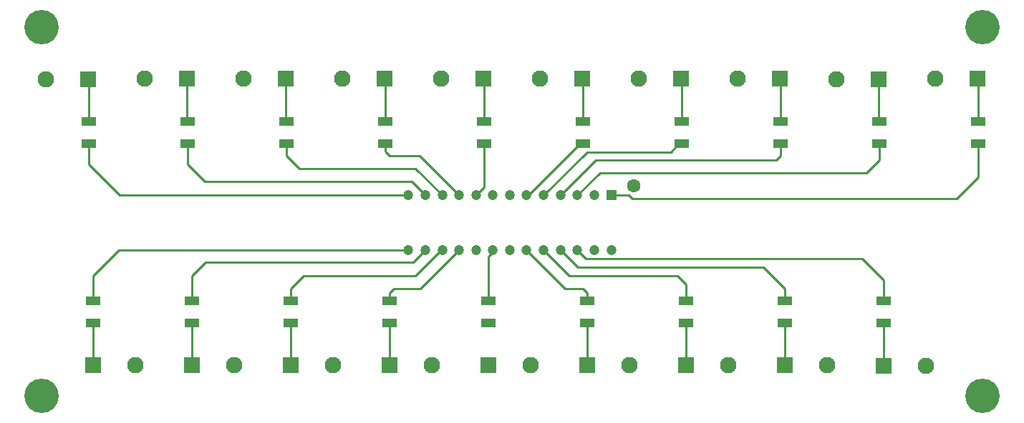
<source format=gtl>
%FSTAX23Y23*%
%MOIN*%
%SFA1B1*%

%IPPOS*%
%ADD12C,0.010000*%
%ADD13R,0.070080X0.044880*%
%ADD21C,0.047240*%
%ADD22C,0.062990*%
%ADD23R,0.047240X0.047240*%
%ADD24C,0.076770*%
%ADD25R,0.076770X0.076770*%
%ADD26C,0.160000*%
%LNvolttap-1*%
%LPD*%
G54D12*
X022Y00564D02*
Y00768D01*
X02221Y00789*
Y008*
X02142Y01055D02*
X0218Y01093D01*
Y01295*
Y014D02*
Y01596D01*
X02142Y008D02*
Y00809D01*
X0214Y00797D02*
X02142Y008D01*
X0266Y00564D02*
Y006D01*
X02558Y0062D02*
X0264D01*
X0266Y006*
X0312Y00564D02*
Y0064D01*
X02577Y0068D02*
X0308D01*
X0312Y0064*
X02457Y008D02*
X02577Y0068D01*
X0358Y00564D02*
Y0062D01*
X0348Y0072D02*
X0358Y0062D01*
X02536Y008D02*
X02616Y0072D01*
X0348*
X0404Y00564D02*
Y0066D01*
X0394Y0076D02*
X0404Y0066D01*
X02614Y008D02*
X02654Y0076D01*
X0394*
X02378Y008D02*
X02558Y0062D01*
X0174Y00564D02*
Y006D01*
X0176Y0062*
X01883*
X02063Y008*
X0198D02*
X01985D01*
X0186Y0068D02*
X0198Y008D01*
X0128Y0062D02*
X0134Y0068D01*
X0186*
X0128Y00564D02*
Y0062D01*
X01849Y00742D02*
X01906Y008D01*
X00882Y00742D02*
X01849D01*
X0082Y0068D02*
X00882Y00742D01*
X0082Y00564D02*
Y0068D01*
X0048Y008D02*
X01827D01*
X0036Y0068D02*
X0048Y008D01*
X0036Y00564D02*
Y0068D01*
X02627Y01295D02*
X0264D01*
X02388Y01055D02*
X02627Y01295D01*
X02378Y01055D02*
X02388D01*
X02457D02*
X02659Y01257D01*
X03087Y01295D02*
X031D01*
X03049Y01257D02*
X03087Y01295D01*
X02659Y01257D02*
X03049D01*
X02536Y01055D02*
X027Y0122D01*
X0354D02*
X0356Y0124D01*
X027Y0122D02*
X0354D01*
X0356Y0124D02*
Y01295D01*
X0402Y0122D02*
Y01295D01*
X02719Y0116D02*
X0396D01*
X0402Y0122*
X02614Y01055D02*
X02719Y0116D01*
X0448Y0114D02*
Y01295D01*
X0287Y0104D02*
X0438D01*
X0448Y0114*
X02772Y01055D02*
X02854D01*
X0287Y0104*
X02063Y01055D02*
Y01056D01*
X0188Y0124D02*
X02063Y01056D01*
X0172Y0126D02*
X0174Y0124D01*
X0188*
X0172Y0126D02*
Y01295D01*
X0186Y0118D02*
X01985Y01055D01*
X0132Y0118D02*
X0186D01*
X0126Y0124D02*
Y01295D01*
Y0124D02*
X0132Y0118D01*
X01842Y0112D02*
X01906Y01055D01*
X0088Y0112D02*
X01842D01*
X008Y012D02*
Y01295D01*
Y012D02*
X0088Y0112D01*
X00484Y01055D02*
X01827D01*
X0034Y012D02*
X00484Y01055D01*
X0034Y012D02*
Y01295D01*
X0404Y0026D02*
Y0046D01*
X0358Y00263D02*
X03581Y00262D01*
X0358Y00263D02*
Y0046D01*
X0312Y00263D02*
X03121Y00262D01*
X0312Y00263D02*
Y0046D01*
X0034Y014D02*
Y01596D01*
X00338Y01597D02*
X0034Y01596D01*
X01256Y01403D02*
Y016D01*
Y01403D02*
X0126Y014D01*
X00796Y01403D02*
Y016D01*
Y01403D02*
X008Y014D01*
X0172D02*
Y01596D01*
X01716Y016D02*
X0172Y01596D01*
X02176Y016D02*
X0218Y01596D01*
X0356Y014D02*
Y01596D01*
X03556Y016D02*
X0356Y01596D01*
X031Y014D02*
Y01596D01*
X03096Y016D02*
X031Y01596D01*
X0264Y014D02*
Y01596D01*
X02636Y016D02*
X0264Y01596D01*
X04018Y01401D02*
Y01597D01*
Y01401D02*
X0402Y014D01*
X0448D02*
Y01596D01*
X04476Y016D02*
X0448Y01596D01*
X02661Y00262D02*
Y00458D01*
X0266Y0046D02*
X02661Y00458D01*
X022Y00263D02*
X02201Y00262D01*
X0174Y00263D02*
X01741Y00262D01*
X0174Y00263D02*
Y0046D01*
X0128Y00263D02*
Y0046D01*
Y00263D02*
X01281Y00262D01*
X0082Y00263D02*
X00821Y00262D01*
X0082Y00263D02*
Y0046D01*
X00361Y00262D02*
Y00458D01*
X0036Y0046D02*
X00361Y00458D01*
G54D13*
X0218Y01295D03*
Y014D03*
X022Y00564D03*
X0172Y01295D03*
Y014D03*
X0356Y01295D03*
Y014D03*
X0036Y00564D03*
Y0046D03*
X022D03*
X0404Y00564D03*
Y0046D03*
X0034Y014D03*
Y01295D03*
X008D03*
Y014D03*
X0126Y01295D03*
Y014D03*
X0264Y01295D03*
Y014D03*
X0448Y01295D03*
Y014D03*
X0128Y00564D03*
Y0046D03*
X0174Y00564D03*
Y0046D03*
X0266Y00564D03*
Y0046D03*
X0312Y00564D03*
Y0046D03*
X0358Y00564D03*
Y0046D03*
X0402Y01295D03*
Y014D03*
X031Y01295D03*
Y014D03*
X0082Y00564D03*
Y0046D03*
G54D21*
X02142Y008D03*
Y01055D03*
X023D03*
X02221D03*
X023Y008D03*
X02221D03*
X02693Y01055D03*
X02614D03*
X02536D03*
X02457D03*
X02378D03*
X02063D03*
X01985D03*
X01906D03*
X01827D03*
X02772Y008D03*
X02693D03*
X02614D03*
X02536D03*
X02457D03*
X02378D03*
X02063D03*
X01985D03*
X01906D03*
X01827D03*
G54D22*
X02876Y01099D03*
G54D23*
X02772Y01055D03*
G54D24*
X04236Y0026D03*
X03778Y00262D03*
X03318D03*
X02858D03*
X02398D03*
X01938D03*
X01478D03*
X01018D03*
X00558D03*
X00141Y01597D03*
X006Y016D03*
X0106D03*
X0152D03*
X0198D03*
X0244D03*
X029D03*
X0336D03*
X03821Y01597D03*
X0428Y016D03*
G54D25*
X0404Y0026D03*
X03581Y00262D03*
X03121D03*
X02661D03*
X02201D03*
X01741D03*
X01281D03*
X00821D03*
X00361D03*
X00338Y01597D03*
X00796Y016D03*
X01256D03*
X01716D03*
X02176D03*
X02636D03*
X03096D03*
X03556D03*
X04018Y01597D03*
X04476Y016D03*
G54D26*
X0012Y0184D03*
X045D03*
X0012Y0012D03*
X045D03*
M02*
</source>
